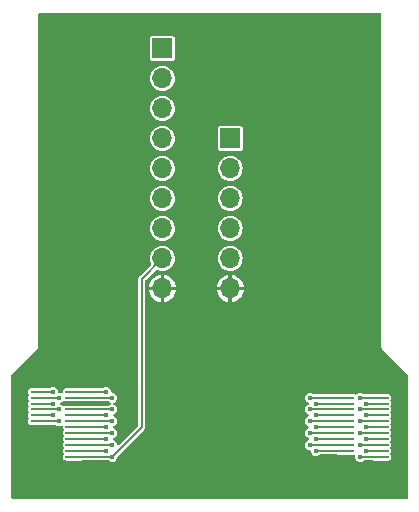
<source format=gbr>
%TF.GenerationSoftware,KiCad,Pcbnew,7.0.8*%
%TF.CreationDate,2023-11-11T12:05:03+10:00*%
%TF.ProjectId,ProgrammingBoard,50726f67-7261-46d6-9d69-6e67426f6172,rev?*%
%TF.SameCoordinates,Original*%
%TF.FileFunction,Copper,L4,Bot*%
%TF.FilePolarity,Positive*%
%FSLAX46Y46*%
G04 Gerber Fmt 4.6, Leading zero omitted, Abs format (unit mm)*
G04 Created by KiCad (PCBNEW 7.0.8) date 2023-11-11 12:05:03*
%MOMM*%
%LPD*%
G01*
G04 APERTURE LIST*
G04 Aperture macros list*
%AMRoundRect*
0 Rectangle with rounded corners*
0 $1 Rounding radius*
0 $2 $3 $4 $5 $6 $7 $8 $9 X,Y pos of 4 corners*
0 Add a 4 corners polygon primitive as box body*
4,1,4,$2,$3,$4,$5,$6,$7,$8,$9,$2,$3,0*
0 Add four circle primitives for the rounded corners*
1,1,$1+$1,$2,$3*
1,1,$1+$1,$4,$5*
1,1,$1+$1,$6,$7*
1,1,$1+$1,$8,$9*
0 Add four rect primitives between the rounded corners*
20,1,$1+$1,$2,$3,$4,$5,0*
20,1,$1+$1,$4,$5,$6,$7,0*
20,1,$1+$1,$6,$7,$8,$9,0*
20,1,$1+$1,$8,$9,$2,$3,0*%
G04 Aperture macros list end*
%TA.AperFunction,ComponentPad*%
%ADD10R,1.700000X1.700000*%
%TD*%
%TA.AperFunction,ComponentPad*%
%ADD11O,1.700000X1.700000*%
%TD*%
%TA.AperFunction,SMDPad,CuDef*%
%ADD12RoundRect,0.062500X0.612500X0.062500X-0.612500X0.062500X-0.612500X-0.062500X0.612500X-0.062500X0*%
%TD*%
%TA.AperFunction,ViaPad*%
%ADD13C,0.450000*%
%TD*%
%TA.AperFunction,Conductor*%
%ADD14C,0.200000*%
%TD*%
G04 APERTURE END LIST*
D10*
%TO.P,J6,1,Pin_1*%
%TO.N,VCC*%
X13000000Y25320000D03*
D11*
%TO.P,J6,2,Pin_2*%
%TO.N,/Connectors/SDA*%
X13000000Y22780000D03*
%TO.P,J6,3,Pin_3*%
%TO.N,/Connectors/SCL*%
X13000000Y20240000D03*
%TO.P,J6,4,Pin_4*%
%TO.N,/Connectors/INT1*%
X13000000Y17700000D03*
%TO.P,J6,5,Pin_5*%
%TO.N,/Connectors/SWDIO*%
X13000000Y15160000D03*
%TO.P,J6,6,Pin_6*%
%TO.N,/Connectors/SWDCLK*%
X13000000Y12620000D03*
%TO.P,J6,7,Pin_7*%
%TO.N,/Connectors/RESET*%
X13000000Y10080000D03*
%TO.P,J6,8,Pin_8*%
%TO.N,/Connectors/BUTTON*%
X13000000Y7540000D03*
%TO.P,J6,9,Pin_9*%
%TO.N,GND*%
X13000000Y5000000D03*
%TD*%
D10*
%TO.P,J5,1,Pin_1*%
%TO.N,VCC*%
X18750000Y17700000D03*
D11*
%TO.P,J5,2,Pin_2*%
%TO.N,/Connectors/LED0*%
X18750000Y15160000D03*
%TO.P,J5,3,Pin_3*%
%TO.N,/Connectors/LED1*%
X18750000Y12620000D03*
%TO.P,J5,4,Pin_4*%
%TO.N,/Connectors/LED2*%
X18750000Y10080000D03*
%TO.P,J5,5,Pin_5*%
%TO.N,/Connectors/LED3*%
X18750000Y7540000D03*
%TO.P,J5,6,Pin_6*%
%TO.N,GND*%
X18750000Y5000000D03*
%TD*%
D12*
%TO.P,J1,1,Pin_1*%
%TO.N,GND*%
X31475000Y-3750000D03*
%TO.P,J1,2,Pin_2*%
X28525000Y-3750000D03*
%TO.P,J1,3,Pin_3*%
%TO.N,/Connectors/COL0*%
X31475000Y-4250000D03*
%TO.P,J1,4,Pin_4*%
%TO.N,/Connectors/ROW0*%
X28525000Y-4250000D03*
%TO.P,J1,5,Pin_5*%
%TO.N,/Connectors/COL1*%
X31475000Y-4750000D03*
%TO.P,J1,6,Pin_6*%
%TO.N,/Connectors/ROW1*%
X28525000Y-4750000D03*
%TO.P,J1,7,Pin_7*%
%TO.N,/Connectors/COL2*%
X31475000Y-5250000D03*
%TO.P,J1,8,Pin_8*%
%TO.N,/Connectors/ROW2*%
X28525000Y-5250000D03*
%TO.P,J1,9,Pin_9*%
%TO.N,/Connectors/COL3*%
X31475000Y-5750000D03*
%TO.P,J1,10,Pin_10*%
%TO.N,/Connectors/ROW3*%
X28525000Y-5750000D03*
%TO.P,J1,11,Pin_11*%
%TO.N,/Connectors/COL4*%
X31475000Y-6250000D03*
%TO.P,J1,12,Pin_12*%
%TO.N,/Connectors/ROW4*%
X28525000Y-6250000D03*
%TO.P,J1,13,Pin_13*%
%TO.N,/Connectors/COL5*%
X31475000Y-6750000D03*
%TO.P,J1,14,Pin_14*%
%TO.N,/Connectors/ROW5*%
X28525000Y-6750000D03*
%TO.P,J1,15,Pin_15*%
%TO.N,/Connectors/COL6*%
X31475000Y-7250000D03*
%TO.P,J1,16,Pin_16*%
%TO.N,/Connectors/ROW6*%
X28525000Y-7250000D03*
%TO.P,J1,17,Pin_17*%
%TO.N,/Connectors/COL7*%
X31475000Y-7750000D03*
%TO.P,J1,18,Pin_18*%
%TO.N,/Connectors/ROW7*%
X28525000Y-7750000D03*
%TO.P,J1,19,Pin_19*%
%TO.N,/Connectors/COL8*%
X31475000Y-8250000D03*
%TO.P,J1,20,Pin_20*%
%TO.N,/Connectors/ROW8*%
X28525000Y-8250000D03*
%TO.P,J1,21,Pin_21*%
%TO.N,/Connectors/COL9*%
X31475000Y-8750000D03*
%TO.P,J1,22,Pin_22*%
%TO.N,/Connectors/ROW9*%
X28525000Y-8750000D03*
%TO.P,J1,23,Pin_23*%
%TO.N,/Connectors/COL10*%
X31475000Y-9250000D03*
%TO.P,J1,24,Pin_24*%
%TO.N,GND*%
X28525000Y-9250000D03*
%TD*%
%TO.P,J3,1,Pin_1*%
%TO.N,/Connectors/SDA*%
X5475000Y-3750000D03*
%TO.P,J3,2,Pin_2*%
%TO.N,VCC*%
X2525000Y-3750000D03*
%TO.P,J3,3,Pin_3*%
%TO.N,/Connectors/SCL*%
X5475000Y-4250000D03*
%TO.P,J3,4,Pin_4*%
%TO.N,VCC*%
X2525000Y-4250000D03*
%TO.P,J3,5,Pin_5*%
%TO.N,GND*%
X5475000Y-4750000D03*
%TO.P,J3,6,Pin_6*%
%TO.N,VCC*%
X2525000Y-4750000D03*
%TO.P,J3,7,Pin_7*%
%TO.N,/Connectors/INT1*%
X5475000Y-5250000D03*
%TO.P,J3,8,Pin_8*%
%TO.N,VCC*%
X2525000Y-5250000D03*
%TO.P,J3,9,Pin_9*%
%TO.N,/Connectors/SWDIO*%
X5475000Y-5750000D03*
%TO.P,J3,10,Pin_10*%
%TO.N,VCC*%
X2525000Y-5750000D03*
%TO.P,J3,11,Pin_11*%
%TO.N,/Connectors/SWDCLK*%
X5475000Y-6250000D03*
%TO.P,J3,12,Pin_12*%
%TO.N,VCC*%
X2525000Y-6250000D03*
%TO.P,J3,13,Pin_13*%
%TO.N,/Connectors/RESET*%
X5475000Y-6750000D03*
%TO.P,J3,14,Pin_14*%
%TO.N,GND*%
X2525000Y-6750000D03*
%TO.P,J3,15,Pin_15*%
%TO.N,/Connectors/LED0*%
X5475000Y-7250000D03*
%TO.P,J3,16,Pin_16*%
%TO.N,GND*%
X2525000Y-7250000D03*
%TO.P,J3,17,Pin_17*%
%TO.N,/Connectors/LED1*%
X5475000Y-7750000D03*
%TO.P,J3,18,Pin_18*%
%TO.N,GND*%
X2525000Y-7750000D03*
%TO.P,J3,19,Pin_19*%
%TO.N,/Connectors/LED2*%
X5475000Y-8250000D03*
%TO.P,J3,20,Pin_20*%
%TO.N,GND*%
X2525000Y-8250000D03*
%TO.P,J3,21,Pin_21*%
%TO.N,/Connectors/LED3*%
X5475000Y-8750000D03*
%TO.P,J3,22,Pin_22*%
%TO.N,GND*%
X2525000Y-8750000D03*
%TO.P,J3,23,Pin_23*%
%TO.N,/Connectors/BUTTON*%
X5475000Y-9250000D03*
%TO.P,J3,24,Pin_24*%
%TO.N,GND*%
X2525000Y-9250000D03*
%TD*%
D13*
%TO.N,GND*%
X4250000Y-9250000D03*
X30250000Y-3750000D03*
X3750000Y-8750000D03*
X3750000Y-6750000D03*
X3750000Y-7750000D03*
X25500000Y-9250000D03*
X4250000Y-7250000D03*
X8250000Y-4750000D03*
X4250000Y-8250000D03*
X26000000Y-3750000D03*
%TO.N,/Connectors/ROW0*%
X25500000Y-4250000D03*
%TO.N,/Connectors/COL9*%
X30250000Y-8750000D03*
%TO.N,/Connectors/ROW1*%
X26000000Y-4750000D03*
%TO.N,/Connectors/COL10*%
X29750000Y-9250000D03*
%TO.N,/Connectors/ROW2*%
X25500000Y-5250000D03*
%TO.N,/Connectors/COL0*%
X29750000Y-4250000D03*
%TO.N,/Connectors/ROW3*%
X26000000Y-5750000D03*
%TO.N,/Connectors/COL1*%
X30250000Y-4750000D03*
%TO.N,/Connectors/ROW4*%
X25500000Y-6250000D03*
%TO.N,/Connectors/COL2*%
X29750000Y-5250000D03*
%TO.N,/Connectors/ROW5*%
X26000000Y-6750000D03*
%TO.N,/Connectors/COL3*%
X30250000Y-5750000D03*
%TO.N,/Connectors/ROW6*%
X25500000Y-7250000D03*
%TO.N,/Connectors/COL4*%
X29750000Y-6250000D03*
%TO.N,/Connectors/ROW7*%
X26000000Y-7750000D03*
%TO.N,/Connectors/COL5*%
X30250000Y-6750000D03*
%TO.N,/Connectors/ROW8*%
X25500000Y-8250000D03*
%TO.N,/Connectors/COL6*%
X29750000Y-7250000D03*
%TO.N,/Connectors/ROW9*%
X26000000Y-8750000D03*
%TO.N,/Connectors/COL7*%
X30250000Y-7750000D03*
%TO.N,/Connectors/COL8*%
X29750000Y-8250000D03*
%TO.N,/Connectors/RESET*%
X8250000Y-6750000D03*
%TO.N,VCC*%
X4250000Y-4250000D03*
X4250000Y-5250000D03*
X3750000Y-5750000D03*
X3750000Y-3750000D03*
X3750000Y-4750000D03*
X4250000Y-6250000D03*
%TO.N,/Connectors/SWDCLK*%
X8750000Y-6250000D03*
%TO.N,/Connectors/SWDIO*%
X8250000Y-5750000D03*
%TO.N,/Connectors/LED0*%
X8750000Y-7250000D03*
%TO.N,/Connectors/LED1*%
X8250000Y-7750000D03*
%TO.N,/Connectors/SDA*%
X8250000Y-3750000D03*
%TO.N,/Connectors/SCL*%
X8750000Y-4250000D03*
%TO.N,/Connectors/LED2*%
X8750000Y-8250000D03*
%TO.N,/Connectors/LED3*%
X8250000Y-8750000D03*
%TO.N,/Connectors/BUTTON*%
X8750000Y-9250000D03*
%TO.N,/Connectors/INT1*%
X8750000Y-5250000D03*
%TD*%
D14*
%TO.N,GND*%
X8250000Y-4750000D02*
X5475000Y-4750000D01*
X2525000Y-8750000D02*
X3750000Y-8750000D01*
X2525000Y-8250000D02*
X4250000Y-8250000D01*
X2525000Y-7750000D02*
X3750000Y-7750000D01*
X2525000Y-7250000D02*
X4250000Y-7250000D01*
X2525000Y-9250000D02*
X4250000Y-9250000D01*
X31475000Y-3750000D02*
X30250000Y-3750000D01*
X2525000Y-6750000D02*
X3750000Y-6750000D01*
X28525000Y-9250000D02*
X25500000Y-9250000D01*
X28525000Y-3750000D02*
X26000000Y-3750000D01*
%TO.N,/Connectors/ROW0*%
X28525000Y-4250000D02*
X25500000Y-4250000D01*
%TO.N,/Connectors/COL9*%
X31475000Y-8750000D02*
X30250000Y-8750000D01*
%TO.N,/Connectors/ROW1*%
X28525000Y-4750000D02*
X26000000Y-4750000D01*
%TO.N,/Connectors/COL10*%
X31475000Y-9250000D02*
X29750000Y-9250000D01*
%TO.N,/Connectors/ROW2*%
X28525000Y-5250000D02*
X25500000Y-5250000D01*
%TO.N,/Connectors/COL0*%
X31475000Y-4250000D02*
X29750000Y-4250000D01*
%TO.N,/Connectors/ROW3*%
X28525000Y-5750000D02*
X26000000Y-5750000D01*
%TO.N,/Connectors/COL1*%
X31475000Y-4750000D02*
X30250000Y-4750000D01*
%TO.N,/Connectors/ROW4*%
X28525000Y-6250000D02*
X25500000Y-6250000D01*
%TO.N,/Connectors/COL2*%
X31475000Y-5250000D02*
X29750000Y-5250000D01*
%TO.N,/Connectors/ROW5*%
X28525000Y-6750000D02*
X26000000Y-6750000D01*
%TO.N,/Connectors/COL3*%
X31475000Y-5750000D02*
X30250000Y-5750000D01*
%TO.N,/Connectors/ROW6*%
X28525000Y-7250000D02*
X25500000Y-7250000D01*
%TO.N,/Connectors/COL4*%
X31475000Y-6250000D02*
X29750000Y-6250000D01*
%TO.N,/Connectors/ROW7*%
X28525000Y-7750000D02*
X26000000Y-7750000D01*
%TO.N,/Connectors/COL5*%
X31475000Y-6750000D02*
X30250000Y-6750000D01*
%TO.N,/Connectors/ROW8*%
X28525000Y-8250000D02*
X25500000Y-8250000D01*
%TO.N,/Connectors/COL6*%
X31475000Y-7250000D02*
X29750000Y-7250000D01*
%TO.N,/Connectors/ROW9*%
X28525000Y-8750000D02*
X26000000Y-8750000D01*
%TO.N,/Connectors/COL7*%
X31475000Y-7750000D02*
X30250000Y-7750000D01*
%TO.N,/Connectors/COL8*%
X31475000Y-8250000D02*
X29750000Y-8250000D01*
%TO.N,/Connectors/RESET*%
X8250000Y-6750000D02*
X5475000Y-6750000D01*
%TO.N,VCC*%
X2525000Y-5750000D02*
X3750000Y-5750000D01*
X2525000Y-4750000D02*
X3750000Y-4750000D01*
X2525000Y-4250000D02*
X4250000Y-4250000D01*
X2525000Y-6250000D02*
X4250000Y-6250000D01*
X2525000Y-5250000D02*
X4250000Y-5250000D01*
X2525000Y-3750000D02*
X3750000Y-3750000D01*
%TO.N,/Connectors/SWDCLK*%
X8750000Y-6250000D02*
X5475000Y-6250000D01*
%TO.N,/Connectors/SWDIO*%
X8250000Y-5750000D02*
X5475000Y-5750000D01*
%TO.N,/Connectors/LED0*%
X8750000Y-7250000D02*
X5475000Y-7250000D01*
%TO.N,/Connectors/LED1*%
X8250000Y-7750000D02*
X5475000Y-7750000D01*
%TO.N,/Connectors/SDA*%
X5475000Y-3750000D02*
X8250000Y-3750000D01*
%TO.N,/Connectors/SCL*%
X5475000Y-4250000D02*
X8750000Y-4250000D01*
%TO.N,/Connectors/LED2*%
X8750000Y-8250000D02*
X5475000Y-8250000D01*
%TO.N,/Connectors/LED3*%
X8250000Y-8750000D02*
X5475000Y-8750000D01*
%TO.N,/Connectors/BUTTON*%
X11250000Y-6750000D02*
X11250000Y5790000D01*
X8750000Y-9250000D02*
X5475000Y-9250000D01*
X8750000Y-9250000D02*
X11250000Y-6750000D01*
X11250000Y5790000D02*
X13000000Y7540000D01*
%TO.N,/Connectors/INT1*%
X8750000Y-5250000D02*
X5475000Y-5250000D01*
%TD*%
%TA.AperFunction,Conductor*%
%TO.N,GND*%
G36*
X4686473Y-4512015D02*
G01*
X4696529Y-4517908D01*
X4759883Y-4560240D01*
X4818207Y-4571841D01*
X4836588Y-4575498D01*
X4836589Y-4575498D01*
X4836599Y-4575500D01*
X6113400Y-4575499D01*
X6190117Y-4560240D01*
X6190119Y-4560238D01*
X6195439Y-4558036D01*
X6233324Y-4550500D01*
X8407745Y-4550500D01*
X8465936Y-4569407D01*
X8477742Y-4579490D01*
X8496780Y-4598528D01*
X8545940Y-4623576D01*
X8620939Y-4661791D01*
X8664203Y-4705056D01*
X8673774Y-4765488D01*
X8645996Y-4820004D01*
X8620939Y-4838209D01*
X8496781Y-4901471D01*
X8496780Y-4901471D01*
X8496780Y-4901472D01*
X8477746Y-4920505D01*
X8423232Y-4948281D01*
X8407745Y-4949500D01*
X6233324Y-4949500D01*
X6195442Y-4941966D01*
X6190119Y-4939761D01*
X6190117Y-4939760D01*
X6190113Y-4939759D01*
X6113411Y-4924501D01*
X6113402Y-4924500D01*
X6113401Y-4924500D01*
X6113399Y-4924500D01*
X4836602Y-4924500D01*
X4836595Y-4924501D01*
X4759883Y-4939759D01*
X4759881Y-4939760D01*
X4696530Y-4982090D01*
X4637641Y-4998698D01*
X4580238Y-4977520D01*
X4571533Y-4969785D01*
X4503220Y-4901472D01*
X4503217Y-4901470D01*
X4379061Y-4838209D01*
X4335796Y-4794945D01*
X4326225Y-4734513D01*
X4354003Y-4679996D01*
X4379061Y-4661791D01*
X4452963Y-4624134D01*
X4503220Y-4598528D01*
X4571527Y-4530220D01*
X4626041Y-4502444D01*
X4686473Y-4512015D01*
G37*
%TD.AperFunction*%
%TA.AperFunction,Conductor*%
G36*
X31508691Y28280593D02*
G01*
X31544655Y28231093D01*
X31549500Y28200500D01*
X31549500Y50884D01*
X31546654Y34138D01*
X31546887Y34111D01*
X31545638Y23027D01*
X31549189Y-8494D01*
X31549500Y-14039D01*
X31549500Y-22589D01*
X31551402Y-30924D01*
X31552332Y-36398D01*
X31555884Y-67926D01*
X31559568Y-78454D01*
X31559348Y-78530D01*
X31559660Y-79284D01*
X31559871Y-79183D01*
X31564710Y-89233D01*
X31584490Y-114036D01*
X31587702Y-118562D01*
X31592250Y-125799D01*
X31592254Y-125804D01*
X31598299Y-131850D01*
X31601998Y-135989D01*
X31621774Y-160786D01*
X31621776Y-160788D01*
X31621777Y-160788D01*
X31630496Y-167741D01*
X31630349Y-167924D01*
X31644205Y-177754D01*
X33770504Y-2304053D01*
X33798281Y-2358570D01*
X33799500Y-2374057D01*
X33799500Y-12700500D01*
X33780593Y-12758691D01*
X33731093Y-12794655D01*
X33700500Y-12799500D01*
X299500Y-12799500D01*
X241309Y-12780593D01*
X205345Y-12731093D01*
X200500Y-12700500D01*
X200500Y-6338397D01*
X1649500Y-6338397D01*
X1649501Y-6338404D01*
X1664759Y-6415116D01*
X1664760Y-6415118D01*
X1718880Y-6496114D01*
X1722888Y-6502112D01*
X1809883Y-6560240D01*
X1868207Y-6571841D01*
X1886588Y-6575498D01*
X1886589Y-6575498D01*
X1886599Y-6575500D01*
X3163400Y-6575499D01*
X3240117Y-6560240D01*
X3240119Y-6560238D01*
X3245439Y-6558036D01*
X3283324Y-6550500D01*
X3907745Y-6550500D01*
X3965936Y-6569407D01*
X3977742Y-6579490D01*
X3996780Y-6598528D01*
X4116874Y-6659719D01*
X4250000Y-6680804D01*
X4383126Y-6659719D01*
X4455557Y-6622813D01*
X4515986Y-6613242D01*
X4570503Y-6641018D01*
X4598281Y-6695535D01*
X4599500Y-6711022D01*
X4599500Y-6838397D01*
X4599501Y-6838404D01*
X4614759Y-6915115D01*
X4614759Y-6915116D01*
X4614760Y-6915117D01*
X4634726Y-6944999D01*
X4651334Y-7003887D01*
X4634727Y-7054999D01*
X4614761Y-7084880D01*
X4614759Y-7084886D01*
X4599501Y-7161589D01*
X4599500Y-7161599D01*
X4599500Y-7338397D01*
X4599501Y-7338404D01*
X4614759Y-7415115D01*
X4614759Y-7415116D01*
X4614760Y-7415117D01*
X4634726Y-7444999D01*
X4651334Y-7503887D01*
X4634727Y-7554999D01*
X4614761Y-7584880D01*
X4614759Y-7584886D01*
X4599501Y-7661589D01*
X4599500Y-7661599D01*
X4599500Y-7838397D01*
X4599501Y-7838404D01*
X4614759Y-7915115D01*
X4614759Y-7915116D01*
X4614760Y-7915117D01*
X4634726Y-7944999D01*
X4651334Y-8003887D01*
X4634727Y-8054999D01*
X4614761Y-8084880D01*
X4614759Y-8084886D01*
X4599501Y-8161589D01*
X4599500Y-8161599D01*
X4599500Y-8338397D01*
X4599501Y-8338404D01*
X4614759Y-8415115D01*
X4614759Y-8415116D01*
X4614760Y-8415117D01*
X4634726Y-8444999D01*
X4651334Y-8503887D01*
X4634727Y-8554999D01*
X4614761Y-8584880D01*
X4614759Y-8584886D01*
X4599501Y-8661589D01*
X4599500Y-8661599D01*
X4599500Y-8838397D01*
X4599501Y-8838404D01*
X4614759Y-8915115D01*
X4614759Y-8915116D01*
X4614760Y-8915117D01*
X4634726Y-8944999D01*
X4651334Y-9003887D01*
X4634727Y-9054999D01*
X4614761Y-9084880D01*
X4614759Y-9084886D01*
X4599501Y-9161589D01*
X4599500Y-9161599D01*
X4599500Y-9338397D01*
X4599501Y-9338404D01*
X4614759Y-9415116D01*
X4614760Y-9415118D01*
X4672494Y-9501523D01*
X4672888Y-9502112D01*
X4759883Y-9560240D01*
X4818207Y-9571841D01*
X4836588Y-9575498D01*
X4836589Y-9575498D01*
X4836599Y-9575500D01*
X6113400Y-9575499D01*
X6190117Y-9560240D01*
X6190119Y-9560238D01*
X6195439Y-9558036D01*
X6233324Y-9550500D01*
X8407745Y-9550500D01*
X8465936Y-9569407D01*
X8477742Y-9579490D01*
X8496780Y-9598528D01*
X8616874Y-9659719D01*
X8750000Y-9680804D01*
X8883126Y-9659719D01*
X9003220Y-9598528D01*
X9098528Y-9503220D01*
X9159719Y-9383126D01*
X9176869Y-9274839D01*
X9204646Y-9220324D01*
X10174970Y-8250000D01*
X25069196Y-8250000D01*
X25090281Y-8383127D01*
X25090282Y-8383129D01*
X25118980Y-8439451D01*
X25151472Y-8503220D01*
X25246780Y-8598528D01*
X25366874Y-8659719D01*
X25488007Y-8678904D01*
X25488692Y-8679013D01*
X25543209Y-8706790D01*
X25570986Y-8761306D01*
X25590281Y-8883127D01*
X25590282Y-8883129D01*
X25649831Y-9000000D01*
X25651472Y-9003220D01*
X25746780Y-9098528D01*
X25866874Y-9159719D01*
X26000000Y-9180804D01*
X26133126Y-9159719D01*
X26253220Y-9098528D01*
X26272253Y-9079494D01*
X26326768Y-9051719D01*
X26342255Y-9050500D01*
X27766676Y-9050500D01*
X27804558Y-9058034D01*
X27809878Y-9060236D01*
X27809883Y-9060240D01*
X27868207Y-9071841D01*
X27886588Y-9075498D01*
X27886589Y-9075498D01*
X27886599Y-9075500D01*
X29163400Y-9075499D01*
X29213488Y-9065536D01*
X29274246Y-9072727D01*
X29319176Y-9114260D01*
X29331113Y-9174269D01*
X29330580Y-9178120D01*
X29319196Y-9249998D01*
X29319196Y-9250000D01*
X29340281Y-9383127D01*
X29340282Y-9383129D01*
X29401470Y-9503217D01*
X29401472Y-9503220D01*
X29496780Y-9598528D01*
X29616874Y-9659719D01*
X29750000Y-9680804D01*
X29883126Y-9659719D01*
X30003220Y-9598528D01*
X30022253Y-9579494D01*
X30076768Y-9551719D01*
X30092255Y-9550500D01*
X30716676Y-9550500D01*
X30754558Y-9558034D01*
X30759878Y-9560236D01*
X30759883Y-9560240D01*
X30818207Y-9571841D01*
X30836588Y-9575498D01*
X30836589Y-9575498D01*
X30836599Y-9575500D01*
X32113400Y-9575499D01*
X32190117Y-9560240D01*
X32277112Y-9502112D01*
X32335240Y-9415117D01*
X32350500Y-9338401D01*
X32350499Y-9161600D01*
X32335240Y-9084883D01*
X32328970Y-9075500D01*
X32315274Y-9055002D01*
X32298665Y-8996114D01*
X32315274Y-8944998D01*
X32335238Y-8915120D01*
X32335238Y-8915119D01*
X32335240Y-8915117D01*
X32350500Y-8838401D01*
X32350499Y-8661600D01*
X32335240Y-8584883D01*
X32315273Y-8555001D01*
X32298665Y-8496114D01*
X32315274Y-8444998D01*
X32318981Y-8439451D01*
X32335240Y-8415117D01*
X32350500Y-8338401D01*
X32350499Y-8161600D01*
X32335240Y-8084883D01*
X32315273Y-8055001D01*
X32298665Y-7996114D01*
X32315274Y-7944998D01*
X32335238Y-7915120D01*
X32335238Y-7915119D01*
X32335240Y-7915117D01*
X32350500Y-7838401D01*
X32350499Y-7661600D01*
X32335240Y-7584883D01*
X32315273Y-7555001D01*
X32298665Y-7496114D01*
X32315274Y-7444998D01*
X32318981Y-7439451D01*
X32335240Y-7415117D01*
X32350500Y-7338401D01*
X32350499Y-7161600D01*
X32335240Y-7084883D01*
X32315273Y-7055001D01*
X32298665Y-6996114D01*
X32315274Y-6944998D01*
X32318699Y-6939873D01*
X32335240Y-6915117D01*
X32350500Y-6838401D01*
X32350499Y-6661600D01*
X32335240Y-6584883D01*
X32334997Y-6584520D01*
X32315274Y-6555002D01*
X32298665Y-6496114D01*
X32315274Y-6444998D01*
X32318981Y-6439451D01*
X32335240Y-6415117D01*
X32350500Y-6338401D01*
X32350499Y-6161600D01*
X32335240Y-6084883D01*
X32315273Y-6055001D01*
X32298665Y-5996114D01*
X32315274Y-5944998D01*
X32335238Y-5915120D01*
X32335238Y-5915119D01*
X32335240Y-5915117D01*
X32350500Y-5838401D01*
X32350499Y-5661600D01*
X32335240Y-5584883D01*
X32315273Y-5555001D01*
X32298665Y-5496114D01*
X32315274Y-5444998D01*
X32318981Y-5439451D01*
X32335240Y-5415117D01*
X32350500Y-5338401D01*
X32350499Y-5161600D01*
X32335240Y-5084883D01*
X32315273Y-5055001D01*
X32298665Y-4996114D01*
X32315274Y-4944998D01*
X32331641Y-4920504D01*
X32335240Y-4915117D01*
X32350500Y-4838401D01*
X32350499Y-4661600D01*
X32335240Y-4584883D01*
X32328970Y-4575500D01*
X32315274Y-4555002D01*
X32298665Y-4496114D01*
X32315274Y-4444998D01*
X32318981Y-4439451D01*
X32335240Y-4415117D01*
X32350500Y-4338401D01*
X32350499Y-4161600D01*
X32335240Y-4084883D01*
X32277112Y-3997888D01*
X32190117Y-3939760D01*
X32190113Y-3939759D01*
X32113411Y-3924501D01*
X32113402Y-3924500D01*
X32113401Y-3924500D01*
X32113399Y-3924500D01*
X30836602Y-3924500D01*
X30836595Y-3924501D01*
X30759881Y-3939760D01*
X30754561Y-3941964D01*
X30716676Y-3949500D01*
X30092255Y-3949500D01*
X30034064Y-3930593D01*
X30022257Y-3920509D01*
X30003220Y-3901472D01*
X30003217Y-3901470D01*
X29883129Y-3840282D01*
X29883127Y-3840281D01*
X29750000Y-3819196D01*
X29616872Y-3840281D01*
X29616870Y-3840282D01*
X29496782Y-3901470D01*
X29496778Y-3901473D01*
X29428473Y-3969778D01*
X29373956Y-3997555D01*
X29313524Y-3987983D01*
X29303469Y-3982090D01*
X29240119Y-3939761D01*
X29240117Y-3939760D01*
X29240114Y-3939759D01*
X29240113Y-3939759D01*
X29163411Y-3924501D01*
X29163402Y-3924500D01*
X29163401Y-3924500D01*
X29163399Y-3924500D01*
X27886602Y-3924500D01*
X27886595Y-3924501D01*
X27809881Y-3939760D01*
X27804561Y-3941964D01*
X27766676Y-3949500D01*
X25842255Y-3949500D01*
X25784064Y-3930593D01*
X25772257Y-3920509D01*
X25753220Y-3901472D01*
X25753217Y-3901470D01*
X25633129Y-3840282D01*
X25633127Y-3840281D01*
X25500000Y-3819196D01*
X25366872Y-3840281D01*
X25366870Y-3840282D01*
X25246782Y-3901470D01*
X25151470Y-3996782D01*
X25090282Y-4116870D01*
X25090281Y-4116872D01*
X25069196Y-4249999D01*
X25069196Y-4250000D01*
X25090281Y-4383127D01*
X25090282Y-4383129D01*
X25151470Y-4503217D01*
X25151472Y-4503220D01*
X25246780Y-4598528D01*
X25295940Y-4623576D01*
X25370939Y-4661791D01*
X25414203Y-4705056D01*
X25423774Y-4765488D01*
X25395996Y-4820004D01*
X25370939Y-4838209D01*
X25246781Y-4901471D01*
X25151470Y-4996782D01*
X25090282Y-5116870D01*
X25090281Y-5116872D01*
X25069196Y-5249999D01*
X25069196Y-5250000D01*
X25090281Y-5383127D01*
X25090282Y-5383129D01*
X25118980Y-5439451D01*
X25151472Y-5503220D01*
X25246780Y-5598528D01*
X25295940Y-5623576D01*
X25370939Y-5661791D01*
X25414203Y-5705056D01*
X25423774Y-5765488D01*
X25395996Y-5820004D01*
X25370939Y-5838209D01*
X25246781Y-5901471D01*
X25151470Y-5996782D01*
X25090282Y-6116870D01*
X25090281Y-6116872D01*
X25069196Y-6249999D01*
X25069196Y-6250000D01*
X25090281Y-6383127D01*
X25090282Y-6383129D01*
X25151470Y-6503217D01*
X25151472Y-6503220D01*
X25246780Y-6598528D01*
X25275658Y-6613242D01*
X25370939Y-6661791D01*
X25414203Y-6705056D01*
X25423774Y-6765488D01*
X25395996Y-6820004D01*
X25370939Y-6838209D01*
X25246781Y-6901471D01*
X25151470Y-6996782D01*
X25090282Y-7116870D01*
X25090281Y-7116872D01*
X25069196Y-7249999D01*
X25069196Y-7250000D01*
X25090281Y-7383127D01*
X25090282Y-7383129D01*
X25118980Y-7439451D01*
X25151472Y-7503220D01*
X25246780Y-7598528D01*
X25295940Y-7623576D01*
X25370939Y-7661791D01*
X25414203Y-7705056D01*
X25423774Y-7765488D01*
X25395996Y-7820004D01*
X25370939Y-7838209D01*
X25246781Y-7901471D01*
X25151470Y-7996782D01*
X25090282Y-8116870D01*
X25090281Y-8116872D01*
X25069196Y-8249999D01*
X25069196Y-8250000D01*
X10174970Y-8250000D01*
X11416405Y-7008564D01*
X11427664Y-7000493D01*
X11426905Y-6999487D01*
X11434221Y-6993961D01*
X11434228Y-6993958D01*
X11466632Y-6958411D01*
X11468186Y-6956783D01*
X11482174Y-6942797D01*
X11484181Y-6939865D01*
X11488440Y-6934490D01*
X11509916Y-6910933D01*
X11513464Y-6901771D01*
X11524111Y-6881576D01*
X11529657Y-6873481D01*
X11536957Y-6842440D01*
X11538981Y-6835904D01*
X11550500Y-6806173D01*
X11550500Y-6796348D01*
X11553130Y-6773679D01*
X11555379Y-6764119D01*
X11550975Y-6732546D01*
X11550500Y-6725699D01*
X11550500Y4850000D01*
X11858973Y4850000D01*
X11864738Y4787784D01*
X11923064Y4582790D01*
X12018057Y4392017D01*
X12018062Y4392008D01*
X12146496Y4221936D01*
X12146506Y4221925D01*
X12303995Y4078353D01*
X12303994Y4078353D01*
X12485206Y3966153D01*
X12683941Y3889162D01*
X12849999Y3858120D01*
X12850000Y3858120D01*
X12850000Y4518830D01*
X12857685Y4515320D01*
X12964237Y4500000D01*
X13035763Y4500000D01*
X13142315Y4515320D01*
X13150000Y4518830D01*
X13150000Y3858120D01*
X13316058Y3889162D01*
X13514793Y3966153D01*
X13696004Y4078353D01*
X13853493Y4221925D01*
X13853503Y4221936D01*
X13981937Y4392008D01*
X13981942Y4392017D01*
X14076935Y4582790D01*
X14135261Y4787784D01*
X14141027Y4850000D01*
X17608973Y4850000D01*
X17614738Y4787784D01*
X17673064Y4582790D01*
X17768057Y4392017D01*
X17768062Y4392008D01*
X17896496Y4221936D01*
X17896506Y4221925D01*
X18053995Y4078353D01*
X18053994Y4078353D01*
X18235206Y3966153D01*
X18433941Y3889162D01*
X18599999Y3858120D01*
X18600000Y3858120D01*
X18600000Y4518830D01*
X18607685Y4515320D01*
X18714237Y4500000D01*
X18785763Y4500000D01*
X18892315Y4515320D01*
X18900000Y4518830D01*
X18900000Y3858120D01*
X19066058Y3889162D01*
X19264793Y3966153D01*
X19446004Y4078353D01*
X19603493Y4221925D01*
X19603503Y4221936D01*
X19731937Y4392008D01*
X19731942Y4392017D01*
X19826935Y4582790D01*
X19885261Y4787784D01*
X19891027Y4850000D01*
X19227065Y4850000D01*
X19250000Y4928111D01*
X19250000Y5071889D01*
X19227065Y5150000D01*
X19891026Y5150000D01*
X19885261Y5212217D01*
X19826935Y5417211D01*
X19731942Y5607984D01*
X19731937Y5607993D01*
X19603503Y5778065D01*
X19603493Y5778076D01*
X19446004Y5921648D01*
X19446005Y5921648D01*
X19264793Y6033848D01*
X19066061Y6110838D01*
X19066055Y6110840D01*
X18900000Y6141882D01*
X18900000Y5481171D01*
X18892315Y5484680D01*
X18785763Y5500000D01*
X18714237Y5500000D01*
X18607685Y5484680D01*
X18600000Y5481171D01*
X18600000Y6141881D01*
X18599999Y6141882D01*
X18433944Y6110840D01*
X18433938Y6110838D01*
X18235206Y6033848D01*
X18053995Y5921648D01*
X17896506Y5778076D01*
X17896496Y5778065D01*
X17768062Y5607993D01*
X17768057Y5607984D01*
X17673064Y5417211D01*
X17614738Y5212217D01*
X17608973Y5150000D01*
X18272935Y5150000D01*
X18250000Y5071889D01*
X18250000Y4928111D01*
X18272935Y4850000D01*
X17608973Y4850000D01*
X14141027Y4850000D01*
X13477065Y4850000D01*
X13500000Y4928111D01*
X13500000Y5071889D01*
X13477065Y5150000D01*
X14141026Y5150000D01*
X14135261Y5212217D01*
X14076935Y5417211D01*
X13981942Y5607984D01*
X13981937Y5607993D01*
X13853503Y5778065D01*
X13853493Y5778076D01*
X13696004Y5921648D01*
X13696005Y5921648D01*
X13514793Y6033848D01*
X13316061Y6110838D01*
X13316055Y6110840D01*
X13150000Y6141882D01*
X13150000Y5481171D01*
X13142315Y5484680D01*
X13035763Y5500000D01*
X12964237Y5500000D01*
X12857685Y5484680D01*
X12850000Y5481171D01*
X12850000Y6141881D01*
X12849999Y6141882D01*
X12683944Y6110840D01*
X12683938Y6110838D01*
X12485206Y6033848D01*
X12303995Y5921648D01*
X12146506Y5778076D01*
X12146496Y5778065D01*
X12018062Y5607993D01*
X12018057Y5607984D01*
X11923064Y5417211D01*
X11864738Y5212217D01*
X11858973Y5150000D01*
X12522935Y5150000D01*
X12500000Y5071889D01*
X12500000Y4928111D01*
X12522935Y4850000D01*
X11858973Y4850000D01*
X11550500Y4850000D01*
X11550500Y5624522D01*
X11569407Y5682713D01*
X11579490Y5694520D01*
X12448784Y6563815D01*
X12503299Y6591590D01*
X12563731Y6582019D01*
X12565454Y6581119D01*
X12596040Y6564771D01*
X12596046Y6564768D01*
X12733997Y6522922D01*
X12794065Y6504700D01*
X12794070Y6504699D01*
X12999997Y6484417D01*
X13000000Y6484417D01*
X13000003Y6484417D01*
X13205929Y6504699D01*
X13205934Y6504700D01*
X13403954Y6564768D01*
X13586450Y6662315D01*
X13746410Y6793590D01*
X13877685Y6953550D01*
X13975232Y7136046D01*
X14035300Y7334066D01*
X14035301Y7334071D01*
X14055583Y7539997D01*
X17694417Y7539997D01*
X17714698Y7334071D01*
X17714699Y7334066D01*
X17774768Y7136046D01*
X17872316Y6953548D01*
X18003585Y6793596D01*
X18003590Y6793590D01*
X18003595Y6793586D01*
X18163547Y6662317D01*
X18163548Y6662317D01*
X18163550Y6662315D01*
X18346046Y6564768D01*
X18483997Y6522922D01*
X18544065Y6504700D01*
X18544070Y6504699D01*
X18749997Y6484417D01*
X18750000Y6484417D01*
X18750003Y6484417D01*
X18955929Y6504699D01*
X18955934Y6504700D01*
X19153954Y6564768D01*
X19336450Y6662315D01*
X19496410Y6793590D01*
X19627685Y6953550D01*
X19725232Y7136046D01*
X19785300Y7334066D01*
X19785301Y7334071D01*
X19805583Y7539997D01*
X19805583Y7540004D01*
X19785301Y7745930D01*
X19785300Y7745935D01*
X19767078Y7806003D01*
X19725232Y7943954D01*
X19627685Y8126450D01*
X19496410Y8286410D01*
X19496404Y8286415D01*
X19336452Y8417684D01*
X19153954Y8515232D01*
X18955934Y8575301D01*
X18955929Y8575302D01*
X18750003Y8595583D01*
X18749997Y8595583D01*
X18544070Y8575302D01*
X18544065Y8575301D01*
X18346045Y8515232D01*
X18163547Y8417684D01*
X18003595Y8286415D01*
X18003585Y8286405D01*
X17872316Y8126453D01*
X17774768Y7943955D01*
X17714699Y7745935D01*
X17714698Y7745930D01*
X17694417Y7540004D01*
X17694417Y7539997D01*
X14055583Y7539997D01*
X14055583Y7540004D01*
X14035301Y7745930D01*
X14035300Y7745935D01*
X14017078Y7806003D01*
X13975232Y7943954D01*
X13877685Y8126450D01*
X13746410Y8286410D01*
X13746404Y8286415D01*
X13586452Y8417684D01*
X13403954Y8515232D01*
X13205934Y8575301D01*
X13205929Y8575302D01*
X13000003Y8595583D01*
X12999997Y8595583D01*
X12794070Y8575302D01*
X12794065Y8575301D01*
X12596045Y8515232D01*
X12413547Y8417684D01*
X12253595Y8286415D01*
X12253585Y8286405D01*
X12122316Y8126453D01*
X12024768Y7943955D01*
X11964699Y7745935D01*
X11964698Y7745930D01*
X11944417Y7540004D01*
X11944417Y7539997D01*
X11964698Y7334071D01*
X11964699Y7334066D01*
X12024768Y7136046D01*
X12041118Y7105457D01*
X12051874Y7045225D01*
X12025173Y6990174D01*
X12023812Y6988785D01*
X11083590Y6048563D01*
X11072361Y6040450D01*
X11073090Y6039485D01*
X11065771Y6033959D01*
X11033372Y5998420D01*
X11031796Y5996769D01*
X11017830Y5982802D01*
X11017817Y5982787D01*
X11015813Y5979862D01*
X11011561Y5974496D01*
X10990084Y5950935D01*
X10990083Y5950933D01*
X10986529Y5941760D01*
X10975896Y5921588D01*
X10970346Y5913485D01*
X10970342Y5913476D01*
X10963045Y5882455D01*
X10961016Y5875902D01*
X10949500Y5846176D01*
X10949500Y5836349D01*
X10946870Y5813682D01*
X10944621Y5804121D01*
X10949025Y5772548D01*
X10949500Y5765702D01*
X10949500Y-6584520D01*
X10930593Y-6642711D01*
X10920504Y-6654524D01*
X9337913Y-8237114D01*
X9283396Y-8264891D01*
X9222964Y-8255320D01*
X9179699Y-8212055D01*
X9170128Y-8182596D01*
X9166803Y-8161602D01*
X9159719Y-8116874D01*
X9098528Y-7996780D01*
X9003220Y-7901472D01*
X9003217Y-7901470D01*
X8879061Y-7838209D01*
X8835796Y-7794945D01*
X8826225Y-7734513D01*
X8854003Y-7679996D01*
X8879061Y-7661791D01*
X8952963Y-7624134D01*
X9003220Y-7598528D01*
X9098528Y-7503220D01*
X9159719Y-7383126D01*
X9180804Y-7250000D01*
X9159719Y-7116874D01*
X9098528Y-6996780D01*
X9003220Y-6901472D01*
X9003217Y-6901470D01*
X8879061Y-6838209D01*
X8835796Y-6794945D01*
X8826225Y-6734513D01*
X8854003Y-6679996D01*
X8879061Y-6661791D01*
X8974342Y-6613242D01*
X9003220Y-6598528D01*
X9098528Y-6503220D01*
X9159719Y-6383126D01*
X9180804Y-6250000D01*
X9159719Y-6116874D01*
X9098528Y-5996780D01*
X9003220Y-5901472D01*
X9003217Y-5901470D01*
X8879061Y-5838209D01*
X8835796Y-5794945D01*
X8826225Y-5734513D01*
X8854003Y-5679996D01*
X8879061Y-5661791D01*
X8952963Y-5624134D01*
X9003220Y-5598528D01*
X9098528Y-5503220D01*
X9159719Y-5383126D01*
X9180804Y-5250000D01*
X9159719Y-5116874D01*
X9098528Y-4996780D01*
X9003220Y-4901472D01*
X9003217Y-4901470D01*
X8879061Y-4838209D01*
X8835796Y-4794945D01*
X8826225Y-4734513D01*
X8854003Y-4679996D01*
X8879061Y-4661791D01*
X8952963Y-4624134D01*
X9003220Y-4598528D01*
X9098528Y-4503220D01*
X9159719Y-4383126D01*
X9180804Y-4250000D01*
X9159719Y-4116874D01*
X9098528Y-3996780D01*
X9003220Y-3901472D01*
X9003217Y-3901470D01*
X8883129Y-3840282D01*
X8883127Y-3840281D01*
X8761306Y-3820986D01*
X8706790Y-3793208D01*
X8679013Y-3738692D01*
X8678904Y-3738007D01*
X8659719Y-3616874D01*
X8598528Y-3496780D01*
X8503220Y-3401472D01*
X8503217Y-3401470D01*
X8383129Y-3340282D01*
X8383127Y-3340281D01*
X8250000Y-3319196D01*
X8116872Y-3340281D01*
X8116870Y-3340282D01*
X7996782Y-3401470D01*
X7996780Y-3401471D01*
X7996780Y-3401472D01*
X7977746Y-3420505D01*
X7923232Y-3448281D01*
X7907745Y-3449500D01*
X6233324Y-3449500D01*
X6195442Y-3441966D01*
X6190119Y-3439761D01*
X6190117Y-3439760D01*
X6190113Y-3439759D01*
X6113411Y-3424501D01*
X6113402Y-3424500D01*
X6113401Y-3424500D01*
X6113399Y-3424500D01*
X4836602Y-3424500D01*
X4836595Y-3424501D01*
X4759883Y-3439759D01*
X4759881Y-3439760D01*
X4672890Y-3497886D01*
X4672886Y-3497890D01*
X4614762Y-3584879D01*
X4614759Y-3584886D01*
X4599501Y-3661589D01*
X4599500Y-3661599D01*
X4599500Y-3788976D01*
X4580593Y-3847167D01*
X4531093Y-3883131D01*
X4469907Y-3883131D01*
X4455555Y-3877185D01*
X4383129Y-3840282D01*
X4383127Y-3840281D01*
X4261306Y-3820986D01*
X4206790Y-3793208D01*
X4179013Y-3738692D01*
X4178904Y-3738007D01*
X4159719Y-3616874D01*
X4098528Y-3496780D01*
X4003220Y-3401472D01*
X4003217Y-3401470D01*
X3883129Y-3340282D01*
X3883127Y-3340281D01*
X3750000Y-3319196D01*
X3616872Y-3340281D01*
X3616870Y-3340282D01*
X3496782Y-3401470D01*
X3496780Y-3401471D01*
X3496780Y-3401472D01*
X3477746Y-3420505D01*
X3423232Y-3448281D01*
X3407745Y-3449500D01*
X3283324Y-3449500D01*
X3245442Y-3441966D01*
X3240119Y-3439761D01*
X3240117Y-3439760D01*
X3240113Y-3439759D01*
X3163411Y-3424501D01*
X3163402Y-3424500D01*
X3163401Y-3424500D01*
X3163399Y-3424500D01*
X1886602Y-3424500D01*
X1886595Y-3424501D01*
X1809883Y-3439759D01*
X1809881Y-3439760D01*
X1722890Y-3497886D01*
X1722886Y-3497890D01*
X1664762Y-3584879D01*
X1664759Y-3584886D01*
X1649501Y-3661589D01*
X1649500Y-3661599D01*
X1649500Y-3838397D01*
X1649501Y-3838404D01*
X1664759Y-3915115D01*
X1664759Y-3915116D01*
X1664760Y-3915117D01*
X1684726Y-3944999D01*
X1701334Y-4003887D01*
X1684727Y-4054999D01*
X1664761Y-4084880D01*
X1664759Y-4084886D01*
X1649501Y-4161589D01*
X1649500Y-4161599D01*
X1649500Y-4338397D01*
X1649501Y-4338404D01*
X1664759Y-4415115D01*
X1664759Y-4415116D01*
X1664760Y-4415117D01*
X1684726Y-4444999D01*
X1701334Y-4503887D01*
X1684727Y-4554999D01*
X1664761Y-4584880D01*
X1664759Y-4584886D01*
X1649501Y-4661589D01*
X1649500Y-4661599D01*
X1649500Y-4838397D01*
X1649501Y-4838404D01*
X1664759Y-4915115D01*
X1664759Y-4915116D01*
X1664760Y-4915117D01*
X1684726Y-4944999D01*
X1701334Y-5003887D01*
X1684727Y-5054999D01*
X1664761Y-5084880D01*
X1664759Y-5084886D01*
X1649501Y-5161589D01*
X1649500Y-5161599D01*
X1649500Y-5338397D01*
X1649501Y-5338404D01*
X1664759Y-5415115D01*
X1664759Y-5415116D01*
X1664760Y-5415117D01*
X1684726Y-5444999D01*
X1701334Y-5503887D01*
X1684727Y-5554999D01*
X1664761Y-5584880D01*
X1664759Y-5584886D01*
X1649501Y-5661589D01*
X1649500Y-5661599D01*
X1649500Y-5838397D01*
X1649501Y-5838404D01*
X1664759Y-5915115D01*
X1664759Y-5915116D01*
X1664760Y-5915117D01*
X1684726Y-5944999D01*
X1701334Y-6003887D01*
X1684727Y-6054999D01*
X1664761Y-6084880D01*
X1664759Y-6084886D01*
X1649501Y-6161589D01*
X1649500Y-6161599D01*
X1649500Y-6338397D01*
X200500Y-6338397D01*
X200500Y-2374057D01*
X219407Y-2315866D01*
X229496Y-2304053D01*
X449412Y-2084137D01*
X2355794Y-177754D01*
X2369644Y-167928D01*
X2369499Y-167746D01*
X2378222Y-160789D01*
X2378222Y-160788D01*
X2378224Y-160788D01*
X2398002Y-135986D01*
X2401699Y-131850D01*
X2407749Y-125801D01*
X2412304Y-118551D01*
X2415499Y-114046D01*
X2435290Y-89231D01*
X2435290Y-89227D01*
X2440131Y-79178D01*
X2440343Y-79280D01*
X2440652Y-78532D01*
X2440431Y-78455D01*
X2444115Y-67925D01*
X2444114Y-67925D01*
X2444116Y-67924D01*
X2447670Y-36372D01*
X2448596Y-30929D01*
X2450500Y-22590D01*
X2450500Y-14039D01*
X2450811Y-8499D01*
X2450812Y-8494D01*
X2454363Y23027D01*
X2454361Y23031D01*
X2453114Y34112D01*
X2453345Y34139D01*
X2450500Y50888D01*
X2450500Y10079997D01*
X11944417Y10079997D01*
X11964698Y9874071D01*
X11964699Y9874066D01*
X12024768Y9676046D01*
X12122316Y9493548D01*
X12253585Y9333596D01*
X12253590Y9333590D01*
X12253595Y9333586D01*
X12413547Y9202317D01*
X12413548Y9202317D01*
X12413550Y9202315D01*
X12596046Y9104768D01*
X12733997Y9062922D01*
X12794065Y9044700D01*
X12794070Y9044699D01*
X12999997Y9024417D01*
X13000000Y9024417D01*
X13000003Y9024417D01*
X13205929Y9044699D01*
X13205934Y9044700D01*
X13403954Y9104768D01*
X13586450Y9202315D01*
X13746410Y9333590D01*
X13877685Y9493550D01*
X13975232Y9676046D01*
X14035300Y9874066D01*
X14035301Y9874071D01*
X14055583Y10079997D01*
X17694417Y10079997D01*
X17714698Y9874071D01*
X17714699Y9874066D01*
X17774768Y9676046D01*
X17872316Y9493548D01*
X18003585Y9333596D01*
X18003590Y9333590D01*
X18003595Y9333586D01*
X18163547Y9202317D01*
X18163548Y9202317D01*
X18163550Y9202315D01*
X18346046Y9104768D01*
X18483997Y9062922D01*
X18544065Y9044700D01*
X18544070Y9044699D01*
X18749997Y9024417D01*
X18750000Y9024417D01*
X18750003Y9024417D01*
X18955929Y9044699D01*
X18955934Y9044700D01*
X19153954Y9104768D01*
X19336450Y9202315D01*
X19496410Y9333590D01*
X19627685Y9493550D01*
X19725232Y9676046D01*
X19785300Y9874066D01*
X19785301Y9874071D01*
X19805583Y10079997D01*
X19805583Y10080004D01*
X19785301Y10285930D01*
X19785300Y10285935D01*
X19767078Y10346003D01*
X19725232Y10483954D01*
X19627685Y10666450D01*
X19496410Y10826410D01*
X19496404Y10826415D01*
X19336452Y10957684D01*
X19153954Y11055232D01*
X18955934Y11115301D01*
X18955929Y11115302D01*
X18750003Y11135583D01*
X18749997Y11135583D01*
X18544070Y11115302D01*
X18544065Y11115301D01*
X18346045Y11055232D01*
X18163547Y10957684D01*
X18003595Y10826415D01*
X18003585Y10826405D01*
X17872316Y10666453D01*
X17774768Y10483955D01*
X17714699Y10285935D01*
X17714698Y10285930D01*
X17694417Y10080004D01*
X17694417Y10079997D01*
X14055583Y10079997D01*
X14055583Y10080004D01*
X14035301Y10285930D01*
X14035300Y10285935D01*
X14017078Y10346003D01*
X13975232Y10483954D01*
X13877685Y10666450D01*
X13746410Y10826410D01*
X13746404Y10826415D01*
X13586452Y10957684D01*
X13403954Y11055232D01*
X13205934Y11115301D01*
X13205929Y11115302D01*
X13000003Y11135583D01*
X12999997Y11135583D01*
X12794070Y11115302D01*
X12794065Y11115301D01*
X12596045Y11055232D01*
X12413547Y10957684D01*
X12253595Y10826415D01*
X12253585Y10826405D01*
X12122316Y10666453D01*
X12024768Y10483955D01*
X11964699Y10285935D01*
X11964698Y10285930D01*
X11944417Y10080004D01*
X11944417Y10079997D01*
X2450500Y10079997D01*
X2450500Y12619997D01*
X11944417Y12619997D01*
X11964698Y12414071D01*
X11964699Y12414066D01*
X12024768Y12216046D01*
X12122316Y12033548D01*
X12253585Y11873596D01*
X12253590Y11873590D01*
X12253595Y11873586D01*
X12413547Y11742317D01*
X12413548Y11742317D01*
X12413550Y11742315D01*
X12596046Y11644768D01*
X12733997Y11602922D01*
X12794065Y11584700D01*
X12794070Y11584699D01*
X12999997Y11564417D01*
X13000000Y11564417D01*
X13000003Y11564417D01*
X13205929Y11584699D01*
X13205934Y11584700D01*
X13403954Y11644768D01*
X13586450Y11742315D01*
X13746410Y11873590D01*
X13877685Y12033550D01*
X13975232Y12216046D01*
X14035300Y12414066D01*
X14035301Y12414071D01*
X14055583Y12619997D01*
X17694417Y12619997D01*
X17714698Y12414071D01*
X17714699Y12414066D01*
X17774768Y12216046D01*
X17872316Y12033548D01*
X18003585Y11873596D01*
X18003590Y11873590D01*
X18003595Y11873586D01*
X18163547Y11742317D01*
X18163548Y11742317D01*
X18163550Y11742315D01*
X18346046Y11644768D01*
X18483997Y11602922D01*
X18544065Y11584700D01*
X18544070Y11584699D01*
X18749997Y11564417D01*
X18750000Y11564417D01*
X18750003Y11564417D01*
X18955929Y11584699D01*
X18955934Y11584700D01*
X19153954Y11644768D01*
X19336450Y11742315D01*
X19496410Y11873590D01*
X19627685Y12033550D01*
X19725232Y12216046D01*
X19785300Y12414066D01*
X19785301Y12414071D01*
X19805583Y12619997D01*
X19805583Y12620004D01*
X19785301Y12825930D01*
X19785300Y12825935D01*
X19767078Y12886003D01*
X19725232Y13023954D01*
X19627685Y13206450D01*
X19496410Y13366410D01*
X19496404Y13366415D01*
X19336452Y13497684D01*
X19153954Y13595232D01*
X18955934Y13655301D01*
X18955929Y13655302D01*
X18750003Y13675583D01*
X18749997Y13675583D01*
X18544070Y13655302D01*
X18544065Y13655301D01*
X18346045Y13595232D01*
X18163547Y13497684D01*
X18003595Y13366415D01*
X18003585Y13366405D01*
X17872316Y13206453D01*
X17774768Y13023955D01*
X17714699Y12825935D01*
X17714698Y12825930D01*
X17694417Y12620004D01*
X17694417Y12619997D01*
X14055583Y12619997D01*
X14055583Y12620004D01*
X14035301Y12825930D01*
X14035300Y12825935D01*
X14017078Y12886003D01*
X13975232Y13023954D01*
X13877685Y13206450D01*
X13746410Y13366410D01*
X13746404Y13366415D01*
X13586452Y13497684D01*
X13403954Y13595232D01*
X13205934Y13655301D01*
X13205929Y13655302D01*
X13000003Y13675583D01*
X12999997Y13675583D01*
X12794070Y13655302D01*
X12794065Y13655301D01*
X12596045Y13595232D01*
X12413547Y13497684D01*
X12253595Y13366415D01*
X12253585Y13366405D01*
X12122316Y13206453D01*
X12024768Y13023955D01*
X11964699Y12825935D01*
X11964698Y12825930D01*
X11944417Y12620004D01*
X11944417Y12619997D01*
X2450500Y12619997D01*
X2450500Y15159997D01*
X11944417Y15159997D01*
X11964698Y14954071D01*
X11964699Y14954066D01*
X12024768Y14756046D01*
X12122316Y14573548D01*
X12253585Y14413596D01*
X12253590Y14413590D01*
X12253595Y14413586D01*
X12413547Y14282317D01*
X12413548Y14282317D01*
X12413550Y14282315D01*
X12596046Y14184768D01*
X12733997Y14142922D01*
X12794065Y14124700D01*
X12794070Y14124699D01*
X12999997Y14104417D01*
X13000000Y14104417D01*
X13000003Y14104417D01*
X13205929Y14124699D01*
X13205934Y14124700D01*
X13403954Y14184768D01*
X13586450Y14282315D01*
X13746410Y14413590D01*
X13877685Y14573550D01*
X13975232Y14756046D01*
X14035300Y14954066D01*
X14035301Y14954071D01*
X14055583Y15159997D01*
X17694417Y15159997D01*
X17714698Y14954071D01*
X17714699Y14954066D01*
X17774768Y14756046D01*
X17872316Y14573548D01*
X18003585Y14413596D01*
X18003590Y14413590D01*
X18003595Y14413586D01*
X18163547Y14282317D01*
X18163548Y14282317D01*
X18163550Y14282315D01*
X18346046Y14184768D01*
X18483997Y14142922D01*
X18544065Y14124700D01*
X18544070Y14124699D01*
X18749997Y14104417D01*
X18750000Y14104417D01*
X18750003Y14104417D01*
X18955929Y14124699D01*
X18955934Y14124700D01*
X19153954Y14184768D01*
X19336450Y14282315D01*
X19496410Y14413590D01*
X19627685Y14573550D01*
X19725232Y14756046D01*
X19785300Y14954066D01*
X19785301Y14954071D01*
X19805583Y15159997D01*
X19805583Y15160004D01*
X19785301Y15365930D01*
X19785300Y15365935D01*
X19767078Y15426003D01*
X19725232Y15563954D01*
X19627685Y15746450D01*
X19496410Y15906410D01*
X19496404Y15906415D01*
X19336452Y16037684D01*
X19153954Y16135232D01*
X18955934Y16195301D01*
X18955929Y16195302D01*
X18750003Y16215583D01*
X18749997Y16215583D01*
X18544070Y16195302D01*
X18544065Y16195301D01*
X18346045Y16135232D01*
X18163547Y16037684D01*
X18003595Y15906415D01*
X18003585Y15906405D01*
X17872316Y15746453D01*
X17774768Y15563955D01*
X17714699Y15365935D01*
X17714698Y15365930D01*
X17694417Y15160004D01*
X17694417Y15159997D01*
X14055583Y15159997D01*
X14055583Y15160004D01*
X14035301Y15365930D01*
X14035300Y15365935D01*
X14017078Y15426003D01*
X13975232Y15563954D01*
X13877685Y15746450D01*
X13746410Y15906410D01*
X13746404Y15906415D01*
X13586452Y16037684D01*
X13403954Y16135232D01*
X13205934Y16195301D01*
X13205929Y16195302D01*
X13000003Y16215583D01*
X12999997Y16215583D01*
X12794070Y16195302D01*
X12794065Y16195301D01*
X12596045Y16135232D01*
X12413547Y16037684D01*
X12253595Y15906415D01*
X12253585Y15906405D01*
X12122316Y15746453D01*
X12024768Y15563955D01*
X11964699Y15365935D01*
X11964698Y15365930D01*
X11944417Y15160004D01*
X11944417Y15159997D01*
X2450500Y15159997D01*
X2450500Y17699997D01*
X11944417Y17699997D01*
X11964698Y17494071D01*
X11964699Y17494066D01*
X12024768Y17296046D01*
X12122316Y17113548D01*
X12253585Y16953596D01*
X12253590Y16953590D01*
X12253595Y16953586D01*
X12413547Y16822317D01*
X12413548Y16822317D01*
X12413550Y16822315D01*
X12596046Y16724768D01*
X12733997Y16682922D01*
X12794065Y16664700D01*
X12794070Y16664699D01*
X12999997Y16644417D01*
X13000000Y16644417D01*
X13000003Y16644417D01*
X13205929Y16664699D01*
X13205934Y16664700D01*
X13403954Y16724768D01*
X13586450Y16822315D01*
X13596124Y16830254D01*
X17699500Y16830254D01*
X17699501Y16830242D01*
X17711132Y16771773D01*
X17711134Y16771767D01*
X17755445Y16705452D01*
X17755448Y16705448D01*
X17821769Y16661133D01*
X17866231Y16652289D01*
X17880241Y16649502D01*
X17880246Y16649502D01*
X17880252Y16649500D01*
X17880253Y16649500D01*
X19619747Y16649500D01*
X19619748Y16649500D01*
X19678231Y16661133D01*
X19744552Y16705448D01*
X19788867Y16771769D01*
X19800500Y16830252D01*
X19800500Y18569748D01*
X19798921Y18577684D01*
X19797711Y18583769D01*
X19788867Y18628231D01*
X19744552Y18694552D01*
X19744548Y18694555D01*
X19678233Y18738866D01*
X19678231Y18738867D01*
X19678228Y18738868D01*
X19678227Y18738868D01*
X19619758Y18750499D01*
X19619748Y18750500D01*
X17880252Y18750500D01*
X17880251Y18750500D01*
X17880241Y18750499D01*
X17821772Y18738868D01*
X17821766Y18738866D01*
X17755451Y18694555D01*
X17755445Y18694549D01*
X17711134Y18628234D01*
X17711132Y18628228D01*
X17699501Y18569759D01*
X17699500Y18569747D01*
X17699500Y16830254D01*
X13596124Y16830254D01*
X13746410Y16953590D01*
X13877685Y17113550D01*
X13975232Y17296046D01*
X14035300Y17494066D01*
X14035301Y17494071D01*
X14055583Y17699997D01*
X14055583Y17700004D01*
X14035301Y17905930D01*
X14035300Y17905935D01*
X14017078Y17966003D01*
X13975232Y18103954D01*
X13877685Y18286450D01*
X13746410Y18446410D01*
X13596123Y18569747D01*
X13586452Y18577684D01*
X13403954Y18675232D01*
X13205934Y18735301D01*
X13205929Y18735302D01*
X13000003Y18755583D01*
X12999997Y18755583D01*
X12794070Y18735302D01*
X12794065Y18735301D01*
X12596045Y18675232D01*
X12413547Y18577684D01*
X12253595Y18446415D01*
X12253585Y18446405D01*
X12122316Y18286453D01*
X12024768Y18103955D01*
X11964699Y17905935D01*
X11964698Y17905930D01*
X11944417Y17700004D01*
X11944417Y17699997D01*
X2450500Y17699997D01*
X2450500Y20239997D01*
X11944417Y20239997D01*
X11964698Y20034071D01*
X11964699Y20034066D01*
X12024768Y19836046D01*
X12122316Y19653548D01*
X12253585Y19493596D01*
X12253590Y19493590D01*
X12253595Y19493586D01*
X12413547Y19362317D01*
X12413548Y19362317D01*
X12413550Y19362315D01*
X12596046Y19264768D01*
X12733997Y19222922D01*
X12794065Y19204700D01*
X12794070Y19204699D01*
X12999997Y19184417D01*
X13000000Y19184417D01*
X13000003Y19184417D01*
X13205929Y19204699D01*
X13205934Y19204700D01*
X13403954Y19264768D01*
X13586450Y19362315D01*
X13746410Y19493590D01*
X13877685Y19653550D01*
X13975232Y19836046D01*
X14035300Y20034066D01*
X14035301Y20034071D01*
X14055583Y20239997D01*
X14055583Y20240004D01*
X14035301Y20445930D01*
X14035300Y20445935D01*
X14017078Y20506003D01*
X13975232Y20643954D01*
X13877685Y20826450D01*
X13746410Y20986410D01*
X13746404Y20986415D01*
X13586452Y21117684D01*
X13403954Y21215232D01*
X13205934Y21275301D01*
X13205929Y21275302D01*
X13000003Y21295583D01*
X12999997Y21295583D01*
X12794070Y21275302D01*
X12794065Y21275301D01*
X12596045Y21215232D01*
X12413547Y21117684D01*
X12253595Y20986415D01*
X12253585Y20986405D01*
X12122316Y20826453D01*
X12024768Y20643955D01*
X11964699Y20445935D01*
X11964698Y20445930D01*
X11944417Y20240004D01*
X11944417Y20239997D01*
X2450500Y20239997D01*
X2450500Y22779997D01*
X11944417Y22779997D01*
X11964698Y22574071D01*
X11964699Y22574066D01*
X12024768Y22376046D01*
X12122316Y22193548D01*
X12253585Y22033596D01*
X12253590Y22033590D01*
X12253595Y22033586D01*
X12413547Y21902317D01*
X12413548Y21902317D01*
X12413550Y21902315D01*
X12596046Y21804768D01*
X12733997Y21762922D01*
X12794065Y21744700D01*
X12794070Y21744699D01*
X12999997Y21724417D01*
X13000000Y21724417D01*
X13000003Y21724417D01*
X13205929Y21744699D01*
X13205934Y21744700D01*
X13403954Y21804768D01*
X13586450Y21902315D01*
X13746410Y22033590D01*
X13877685Y22193550D01*
X13975232Y22376046D01*
X14035300Y22574066D01*
X14035301Y22574071D01*
X14055583Y22779997D01*
X14055583Y22780004D01*
X14035301Y22985930D01*
X14035300Y22985935D01*
X14017078Y23046003D01*
X13975232Y23183954D01*
X13877685Y23366450D01*
X13746410Y23526410D01*
X13746404Y23526415D01*
X13586452Y23657684D01*
X13403954Y23755232D01*
X13205934Y23815301D01*
X13205929Y23815302D01*
X13000003Y23835583D01*
X12999997Y23835583D01*
X12794070Y23815302D01*
X12794065Y23815301D01*
X12596045Y23755232D01*
X12413547Y23657684D01*
X12253595Y23526415D01*
X12253585Y23526405D01*
X12122316Y23366453D01*
X12024768Y23183955D01*
X11964699Y22985935D01*
X11964698Y22985930D01*
X11944417Y22780004D01*
X11944417Y22779997D01*
X2450500Y22779997D01*
X2450500Y24450254D01*
X11949500Y24450254D01*
X11949501Y24450242D01*
X11961132Y24391773D01*
X11961133Y24391769D01*
X12005448Y24325448D01*
X12071769Y24281133D01*
X12116231Y24272289D01*
X12130241Y24269502D01*
X12130246Y24269502D01*
X12130252Y24269500D01*
X12130253Y24269500D01*
X13869747Y24269500D01*
X13869748Y24269500D01*
X13928231Y24281133D01*
X13994552Y24325448D01*
X14038867Y24391769D01*
X14050500Y24450252D01*
X14050500Y26189748D01*
X14038867Y26248231D01*
X13994552Y26314552D01*
X13994548Y26314555D01*
X13928233Y26358866D01*
X13928231Y26358867D01*
X13928228Y26358868D01*
X13928227Y26358868D01*
X13869758Y26370499D01*
X13869748Y26370500D01*
X12130252Y26370500D01*
X12130251Y26370500D01*
X12130241Y26370499D01*
X12071772Y26358868D01*
X12071766Y26358866D01*
X12005451Y26314555D01*
X12005445Y26314549D01*
X11961134Y26248234D01*
X11961132Y26248228D01*
X11949501Y26189759D01*
X11949500Y26189747D01*
X11949500Y24450254D01*
X2450500Y24450254D01*
X2450500Y28200500D01*
X2469407Y28258691D01*
X2518907Y28294655D01*
X2549500Y28299500D01*
X31450500Y28299500D01*
X31508691Y28280593D01*
G37*
%TD.AperFunction*%
%TD*%
M02*

</source>
